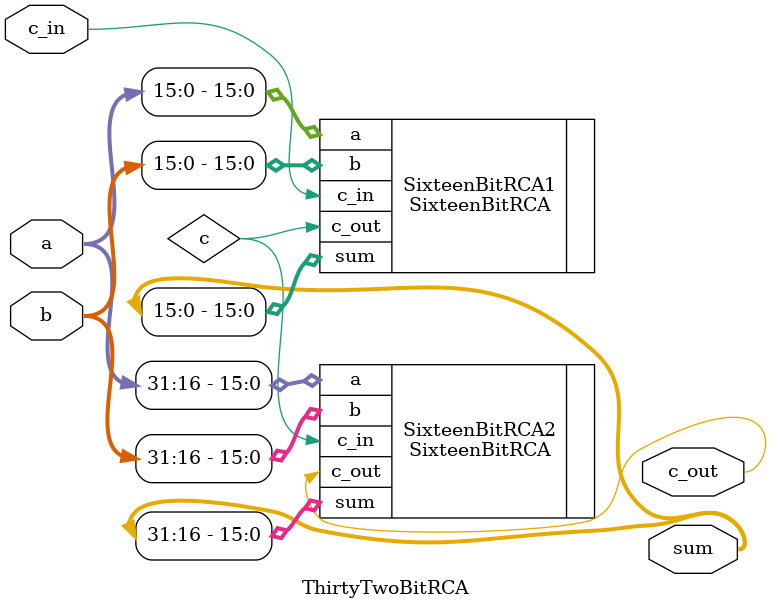
<source format=v>
`timescale 1ns / 1ps


module ThirtyTwoBitRCA(
    input [31:0] a, b,
    input c_in,
    output [31:0] sum,
    output c_out
    );

    wire c;

    SixteenBitRCA SixteenBitRCA1 (
        .c_out(c),
        .sum(sum[15:0]),
        .a(a[15:0]),
        .b(b[15:0]),
        .c_in(c_in)
    );

    SixteenBitRCA SixteenBitRCA2 (
        .c_out(c_out),
        .sum(sum[31:16]),
        .a(a[31:16]),
        .b(b[31:16]),
        .c_in(c)
    );

endmodule

</source>
